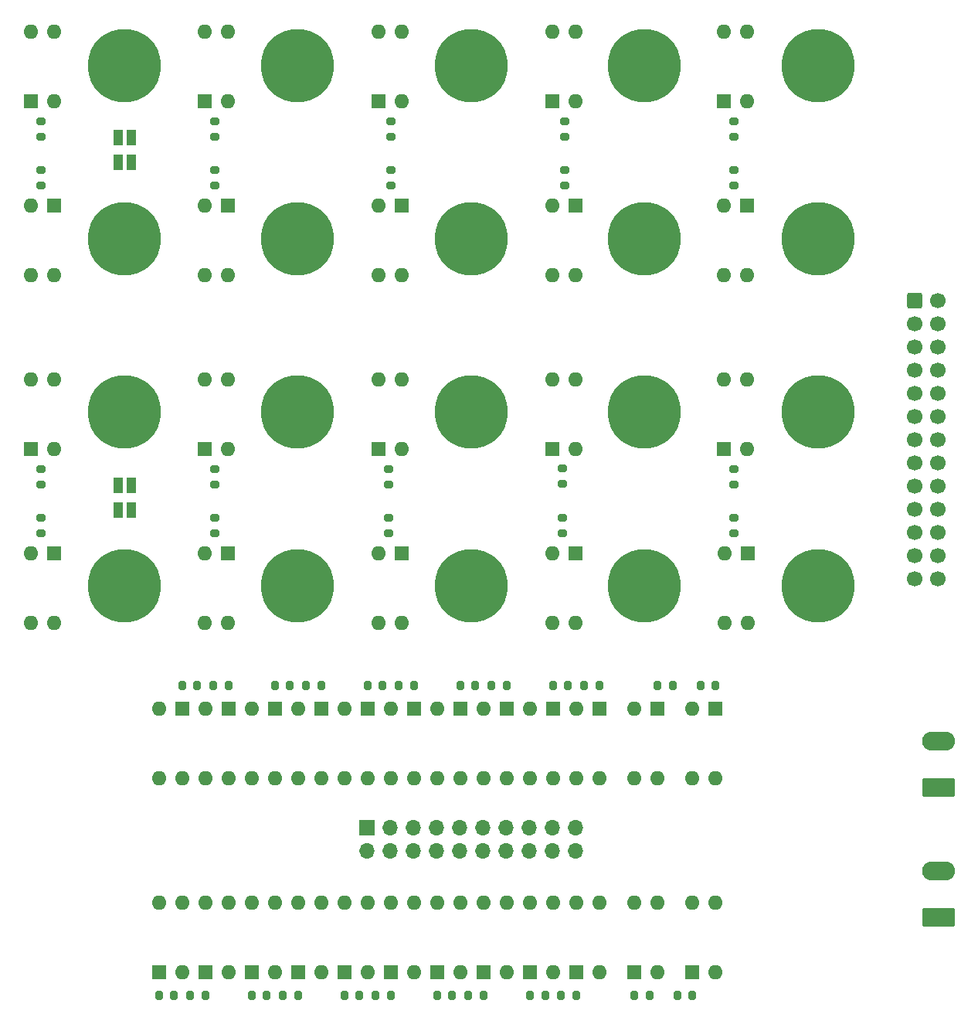
<source format=gbr>
%TF.GenerationSoftware,KiCad,Pcbnew,7.0.2-0*%
%TF.CreationDate,2023-06-06T22:37:24+02:00*%
%TF.ProjectId,scan2000_breakout,7363616e-3230-4303-905f-627265616b6f,rev?*%
%TF.SameCoordinates,Original*%
%TF.FileFunction,Soldermask,Top*%
%TF.FilePolarity,Negative*%
%FSLAX46Y46*%
G04 Gerber Fmt 4.6, Leading zero omitted, Abs format (unit mm)*
G04 Created by KiCad (PCBNEW 7.0.2-0) date 2023-06-06 22:37:24*
%MOMM*%
%LPD*%
G01*
G04 APERTURE LIST*
G04 Aperture macros list*
%AMRoundRect*
0 Rectangle with rounded corners*
0 $1 Rounding radius*
0 $2 $3 $4 $5 $6 $7 $8 $9 X,Y pos of 4 corners*
0 Add a 4 corners polygon primitive as box body*
4,1,4,$2,$3,$4,$5,$6,$7,$8,$9,$2,$3,0*
0 Add four circle primitives for the rounded corners*
1,1,$1+$1,$2,$3*
1,1,$1+$1,$4,$5*
1,1,$1+$1,$6,$7*
1,1,$1+$1,$8,$9*
0 Add four rect primitives between the rounded corners*
20,1,$1+$1,$2,$3,$4,$5,0*
20,1,$1+$1,$4,$5,$6,$7,0*
20,1,$1+$1,$6,$7,$8,$9,0*
20,1,$1+$1,$8,$9,$2,$3,0*%
G04 Aperture macros list end*
%ADD10C,1.524000*%
%ADD11C,8.000000*%
%ADD12R,1.600000X1.600000*%
%ADD13O,1.600000X1.600000*%
%ADD14RoundRect,0.249999X1.550001X-0.790001X1.550001X0.790001X-1.550001X0.790001X-1.550001X-0.790001X0*%
%ADD15O,3.600000X2.080000*%
%ADD16RoundRect,0.200000X0.275000X-0.200000X0.275000X0.200000X-0.275000X0.200000X-0.275000X-0.200000X0*%
%ADD17RoundRect,0.200000X-0.200000X-0.275000X0.200000X-0.275000X0.200000X0.275000X-0.200000X0.275000X0*%
%ADD18RoundRect,0.200000X0.200000X0.275000X-0.200000X0.275000X-0.200000X-0.275000X0.200000X-0.275000X0*%
%ADD19RoundRect,0.200000X-0.275000X0.200000X-0.275000X-0.200000X0.275000X-0.200000X0.275000X0.200000X0*%
%ADD20R,1.100000X1.750000*%
%ADD21RoundRect,0.250000X-0.600000X-0.600000X0.600000X-0.600000X0.600000X0.600000X-0.600000X0.600000X0*%
%ADD22C,1.700000*%
%ADD23R,1.700000X1.700000*%
%ADD24O,1.700000X1.700000*%
G04 APERTURE END LIST*
D10*
%TO.C,J10*%
X129800000Y-57000000D03*
X133000000Y-53800000D03*
D11*
X133000000Y-57000000D03*
D10*
X133000000Y-60200000D03*
X136200000Y-57000000D03*
%TD*%
D12*
%TO.C,U3*%
X46725000Y-41900000D03*
D13*
X49265000Y-41900000D03*
X49265000Y-34280000D03*
X46725000Y-34280000D03*
%TD*%
D10*
%TO.C,J9*%
X129800000Y-38000000D03*
X133000000Y-34800000D03*
D11*
X133000000Y-38000000D03*
D10*
X133000000Y-41200000D03*
X136200000Y-38000000D03*
%TD*%
D14*
%TO.C,J23*%
X146212500Y-131310000D03*
D15*
X146212500Y-126230000D03*
%TD*%
D16*
%TO.C,R29*%
X47882000Y-89223000D03*
X47882000Y-87573000D03*
%TD*%
D12*
%TO.C,U1*%
X112901000Y-137340000D03*
D13*
X115441000Y-137340000D03*
X115441000Y-129720000D03*
X112901000Y-129720000D03*
%TD*%
D12*
%TO.C,U8*%
X87381000Y-53350000D03*
D13*
X84841000Y-53350000D03*
X84841000Y-60970000D03*
X87381000Y-60970000D03*
%TD*%
D10*
%TO.C,J12*%
X53800000Y-95000000D03*
X57000000Y-91800000D03*
D11*
X57000000Y-95000000D03*
D10*
X57000000Y-98200000D03*
X60200000Y-95000000D03*
%TD*%
D17*
%TO.C,R47*%
X103965200Y-105974800D03*
X105615200Y-105974800D03*
%TD*%
D14*
%TO.C,J24*%
X146212500Y-117100000D03*
D15*
X146212500Y-112020000D03*
%TD*%
D10*
%TO.C,J13*%
X72800000Y-76000000D03*
X76000000Y-72800000D03*
D11*
X76000000Y-76000000D03*
D10*
X76000000Y-79200000D03*
X79200000Y-76000000D03*
%TD*%
D18*
%TO.C,R18*%
X76025200Y-139880000D03*
X74375200Y-139880000D03*
%TD*%
D12*
%TO.C,U22*%
X106505200Y-137340000D03*
D13*
X109045200Y-137340000D03*
X109045200Y-129720000D03*
X106505200Y-129720000D03*
%TD*%
D10*
%TO.C,J7*%
X110800000Y-38000000D03*
X114000000Y-34800000D03*
D11*
X114000000Y-38000000D03*
D10*
X114000000Y-41200000D03*
X117200000Y-38000000D03*
%TD*%
D17*
%TO.C,R21*%
X91265200Y-139880000D03*
X92915200Y-139880000D03*
%TD*%
D18*
%TO.C,R42*%
X78565200Y-105974800D03*
X76915200Y-105974800D03*
%TD*%
D17*
%TO.C,R2*%
X112906000Y-139880000D03*
X114556000Y-139880000D03*
%TD*%
D19*
%TO.C,R12*%
X123828000Y-44139000D03*
X123828000Y-45789000D03*
%TD*%
D12*
%TO.C,U35*%
X63325200Y-108514800D03*
D13*
X60785200Y-108514800D03*
X60785200Y-116134800D03*
X63325200Y-116134800D03*
%TD*%
D12*
%TO.C,U29*%
X84831000Y-80000000D03*
D13*
X87371000Y-80000000D03*
X87371000Y-72380000D03*
X84831000Y-72380000D03*
%TD*%
D12*
%TO.C,U9*%
X103881000Y-41900000D03*
D13*
X106421000Y-41900000D03*
X106421000Y-34280000D03*
X103881000Y-34280000D03*
%TD*%
D12*
%TO.C,U42*%
X98885200Y-108514800D03*
D13*
X96345200Y-108514800D03*
X96345200Y-116134800D03*
X98885200Y-116134800D03*
%TD*%
D19*
%TO.C,R36*%
X123828000Y-82239000D03*
X123828000Y-83889000D03*
%TD*%
D12*
%TO.C,U31*%
X103881000Y-80000000D03*
D13*
X106421000Y-80000000D03*
X106421000Y-72380000D03*
X103881000Y-72380000D03*
%TD*%
D19*
%TO.C,R34*%
X105032000Y-82176000D03*
X105032000Y-83826000D03*
%TD*%
D12*
%TO.C,U17*%
X81105200Y-137340000D03*
D13*
X83645200Y-137340000D03*
X83645200Y-129720000D03*
X81105200Y-129720000D03*
%TD*%
D12*
%TO.C,U44*%
X109045200Y-108514800D03*
D13*
X106505200Y-108514800D03*
X106505200Y-116134800D03*
X109045200Y-116134800D03*
%TD*%
D19*
%TO.C,R30*%
X66932000Y-82239000D03*
X66932000Y-83889000D03*
%TD*%
D12*
%TO.C,U38*%
X78565200Y-108514800D03*
D13*
X76025200Y-108514800D03*
X76025200Y-116134800D03*
X78565200Y-116134800D03*
%TD*%
D19*
%TO.C,R28*%
X47882000Y-82239000D03*
X47882000Y-83889000D03*
%TD*%
%TO.C,R8*%
X86236000Y-44139000D03*
X86236000Y-45789000D03*
%TD*%
D10*
%TO.C,J1*%
X53800000Y-38000000D03*
X57000000Y-34800000D03*
D11*
X57000000Y-38000000D03*
D10*
X57000000Y-41200000D03*
X60200000Y-38000000D03*
%TD*%
%TO.C,J6*%
X91800000Y-57000000D03*
X95000000Y-53800000D03*
D11*
X95000000Y-57000000D03*
D10*
X95000000Y-60200000D03*
X98200000Y-57000000D03*
%TD*%
D12*
%TO.C,U41*%
X93805200Y-108514800D03*
D13*
X91265200Y-108514800D03*
X91265200Y-116134800D03*
X93805200Y-116134800D03*
%TD*%
D12*
%TO.C,U43*%
X103965200Y-108514800D03*
D13*
X101425200Y-108514800D03*
X101425200Y-116134800D03*
X103965200Y-116134800D03*
%TD*%
D12*
%TO.C,U40*%
X88725200Y-108514800D03*
D13*
X86185200Y-108514800D03*
X86185200Y-116134800D03*
X88725200Y-116134800D03*
%TD*%
D18*
%TO.C,R40*%
X68405200Y-105974800D03*
X66755200Y-105974800D03*
%TD*%
D10*
%TO.C,J11*%
X53800000Y-76000000D03*
X57000000Y-72800000D03*
D11*
X57000000Y-76000000D03*
D10*
X57000000Y-79200000D03*
X60200000Y-76000000D03*
%TD*%
D12*
%TO.C,U6*%
X68331000Y-53350000D03*
D13*
X65791000Y-53350000D03*
X65791000Y-60970000D03*
X68331000Y-60970000D03*
%TD*%
D10*
%TO.C,J18*%
X110800000Y-95000000D03*
X114000000Y-91800000D03*
D11*
X114000000Y-95000000D03*
D10*
X114000000Y-98200000D03*
X117200000Y-95000000D03*
%TD*%
D12*
%TO.C,U11*%
X122677000Y-41900000D03*
D13*
X125217000Y-41900000D03*
X125217000Y-34280000D03*
X122677000Y-34280000D03*
%TD*%
D18*
%TO.C,R3*%
X119256000Y-139880000D03*
X117606000Y-139880000D03*
%TD*%
D12*
%TO.C,U7*%
X84831000Y-41900000D03*
D13*
X87371000Y-41900000D03*
X87371000Y-34280000D03*
X84831000Y-34280000D03*
%TD*%
D16*
%TO.C,R35*%
X105032000Y-89223000D03*
X105032000Y-87573000D03*
%TD*%
D12*
%TO.C,U27*%
X65781000Y-80000000D03*
D13*
X68321000Y-80000000D03*
X68321000Y-72380000D03*
X65781000Y-72380000D03*
%TD*%
D12*
%TO.C,U18*%
X86185200Y-137340000D03*
D13*
X88725200Y-137340000D03*
X88725200Y-129720000D03*
X86185200Y-129720000D03*
%TD*%
D18*
%TO.C,R44*%
X88725200Y-105974800D03*
X87075200Y-105974800D03*
%TD*%
D10*
%TO.C,J15*%
X91800000Y-76000000D03*
X95000000Y-72800000D03*
D11*
X95000000Y-76000000D03*
D10*
X95000000Y-79200000D03*
X98200000Y-76000000D03*
%TD*%
D20*
%TO.C,R1*%
X57726000Y-45875000D03*
X56326000Y-45875000D03*
X56326000Y-48625000D03*
X57726000Y-48625000D03*
%TD*%
D12*
%TO.C,U25*%
X46725000Y-80000000D03*
D13*
X49265000Y-80000000D03*
X49265000Y-72380000D03*
X46725000Y-72380000D03*
%TD*%
D18*
%TO.C,R24*%
X106505200Y-139880000D03*
X104855200Y-139880000D03*
%TD*%
D12*
%TO.C,U26*%
X49275000Y-91450000D03*
D13*
X46735000Y-91450000D03*
X46735000Y-99070000D03*
X49275000Y-99070000D03*
%TD*%
D12*
%TO.C,U12*%
X125227000Y-53350000D03*
D13*
X122687000Y-53350000D03*
X122687000Y-60970000D03*
X125227000Y-60970000D03*
%TD*%
D10*
%TO.C,J2*%
X53800000Y-57000000D03*
X57000000Y-53800000D03*
D11*
X57000000Y-57000000D03*
D10*
X57000000Y-60200000D03*
X60200000Y-57000000D03*
%TD*%
D21*
%TO.C,J21*%
X143622415Y-63760000D03*
D22*
X146162415Y-63760000D03*
X143622415Y-66300000D03*
X146162415Y-66300000D03*
X143622415Y-68840000D03*
X146162415Y-68840000D03*
X143622415Y-71380000D03*
X146162415Y-71380000D03*
X143622415Y-73920000D03*
X146162415Y-73920000D03*
X143622415Y-76460000D03*
X146162415Y-76460000D03*
X143622415Y-79000000D03*
X146162415Y-79000000D03*
X143622415Y-81540000D03*
X146162415Y-81540000D03*
X143622415Y-84080000D03*
X146162415Y-84080000D03*
X143622415Y-86620000D03*
X146162415Y-86620000D03*
X143622415Y-89160000D03*
X146162415Y-89160000D03*
X143622415Y-91700000D03*
X146162415Y-91700000D03*
X143622415Y-94240000D03*
X146162415Y-94240000D03*
%TD*%
D16*
%TO.C,R5*%
X47882000Y-51123000D03*
X47882000Y-49473000D03*
%TD*%
%TO.C,R11*%
X105286000Y-51123000D03*
X105286000Y-49473000D03*
%TD*%
D12*
%TO.C,U5*%
X65781000Y-41900000D03*
D13*
X68321000Y-41900000D03*
X68321000Y-34280000D03*
X65781000Y-34280000D03*
%TD*%
D17*
%TO.C,R26*%
X115446000Y-105974800D03*
X117096000Y-105974800D03*
%TD*%
D16*
%TO.C,R13*%
X123828000Y-51123000D03*
X123828000Y-49473000D03*
%TD*%
D12*
%TO.C,U33*%
X122677000Y-80000000D03*
D13*
X125217000Y-80000000D03*
X125217000Y-72380000D03*
X122677000Y-72380000D03*
%TD*%
D18*
%TO.C,R27*%
X121796000Y-105974800D03*
X120146000Y-105974800D03*
%TD*%
D12*
%TO.C,U28*%
X68331000Y-91450000D03*
D13*
X65791000Y-91450000D03*
X65791000Y-99070000D03*
X68331000Y-99070000D03*
%TD*%
D12*
%TO.C,U21*%
X101425200Y-137340000D03*
D13*
X103965200Y-137340000D03*
X103965200Y-129720000D03*
X101425200Y-129720000D03*
%TD*%
D18*
%TO.C,R20*%
X86185200Y-139880000D03*
X84535200Y-139880000D03*
%TD*%
D12*
%TO.C,U10*%
X106431000Y-53350000D03*
D13*
X103891000Y-53350000D03*
X103891000Y-60970000D03*
X106431000Y-60970000D03*
%TD*%
D12*
%TO.C,U13*%
X60785200Y-137340000D03*
D13*
X63325200Y-137340000D03*
X63325200Y-129720000D03*
X60785200Y-129720000D03*
%TD*%
D20*
%TO.C,R14*%
X57726000Y-83975000D03*
X56326000Y-83975000D03*
X56326000Y-86725000D03*
X57726000Y-86725000D03*
%TD*%
D16*
%TO.C,R9*%
X86236000Y-51123000D03*
X86236000Y-49473000D03*
%TD*%
D18*
%TO.C,R22*%
X96345200Y-139880000D03*
X94695200Y-139880000D03*
%TD*%
D17*
%TO.C,R45*%
X93805200Y-105974800D03*
X95455200Y-105974800D03*
%TD*%
%TO.C,R43*%
X83645200Y-105974800D03*
X85295200Y-105974800D03*
%TD*%
D12*
%TO.C,U39*%
X83645200Y-108514800D03*
D13*
X81105200Y-108514800D03*
X81105200Y-116134800D03*
X83645200Y-116134800D03*
%TD*%
D12*
%TO.C,U16*%
X76025200Y-137340000D03*
D13*
X78565200Y-137340000D03*
X78565200Y-129720000D03*
X76025200Y-129720000D03*
%TD*%
D17*
%TO.C,R19*%
X81105200Y-139880000D03*
X82755200Y-139880000D03*
%TD*%
D12*
%TO.C,U34*%
X125354000Y-91450000D03*
D13*
X122814000Y-91450000D03*
X122814000Y-99070000D03*
X125354000Y-99070000D03*
%TD*%
D12*
%TO.C,U4*%
X49275000Y-53350000D03*
D13*
X46735000Y-53350000D03*
X46735000Y-60970000D03*
X49275000Y-60970000D03*
%TD*%
D17*
%TO.C,R39*%
X63325200Y-105974800D03*
X64975200Y-105974800D03*
%TD*%
D10*
%TO.C,J3*%
X72800000Y-38000000D03*
X76000000Y-34800000D03*
D11*
X76000000Y-38000000D03*
D10*
X76000000Y-41200000D03*
X79200000Y-38000000D03*
%TD*%
D19*
%TO.C,R32*%
X85982000Y-82239000D03*
X85982000Y-83889000D03*
%TD*%
D12*
%TO.C,U36*%
X68405200Y-108514800D03*
D13*
X65865200Y-108514800D03*
X65865200Y-116134800D03*
X68405200Y-116134800D03*
%TD*%
D16*
%TO.C,R7*%
X66932000Y-51123000D03*
X66932000Y-49473000D03*
%TD*%
%TO.C,R37*%
X123828000Y-89223000D03*
X123828000Y-87573000D03*
%TD*%
D12*
%TO.C,U24*%
X121796000Y-108514800D03*
D13*
X119256000Y-108514800D03*
X119256000Y-116134800D03*
X121796000Y-116134800D03*
%TD*%
D19*
%TO.C,R6*%
X66932000Y-44139000D03*
X66932000Y-45789000D03*
%TD*%
D10*
%TO.C,J5*%
X91800000Y-38000000D03*
X95000000Y-34800000D03*
D11*
X95000000Y-38000000D03*
D10*
X95000000Y-41200000D03*
X98200000Y-38000000D03*
%TD*%
D12*
%TO.C,U32*%
X106431000Y-91450000D03*
D13*
X103891000Y-91450000D03*
X103891000Y-99070000D03*
X106431000Y-99070000D03*
%TD*%
D10*
%TO.C,J17*%
X110800000Y-76000000D03*
X114000000Y-72800000D03*
D11*
X114000000Y-76000000D03*
D10*
X114000000Y-79200000D03*
X117200000Y-76000000D03*
%TD*%
%TO.C,J20*%
X129800000Y-95000000D03*
X133000000Y-91800000D03*
D11*
X133000000Y-95000000D03*
D10*
X133000000Y-98200000D03*
X136200000Y-95000000D03*
%TD*%
D12*
%TO.C,U19*%
X91265200Y-137340000D03*
D13*
X93805200Y-137340000D03*
X93805200Y-129720000D03*
X91265200Y-129720000D03*
%TD*%
D17*
%TO.C,R17*%
X70945200Y-139880000D03*
X72595200Y-139880000D03*
%TD*%
D10*
%TO.C,J19*%
X129800000Y-76000000D03*
X133000000Y-72800000D03*
D11*
X133000000Y-76000000D03*
D10*
X133000000Y-79200000D03*
X136200000Y-76000000D03*
%TD*%
D16*
%TO.C,R33*%
X85982000Y-89223000D03*
X85982000Y-87573000D03*
%TD*%
D10*
%TO.C,J8*%
X110800000Y-57000000D03*
X114000000Y-53800000D03*
D11*
X114000000Y-57000000D03*
D10*
X114000000Y-60200000D03*
X117200000Y-57000000D03*
%TD*%
D17*
%TO.C,R15*%
X60785200Y-139880000D03*
X62435200Y-139880000D03*
%TD*%
D18*
%TO.C,R48*%
X109045200Y-105974800D03*
X107395200Y-105974800D03*
%TD*%
D16*
%TO.C,R31*%
X66932000Y-89223000D03*
X66932000Y-87573000D03*
%TD*%
D19*
%TO.C,R10*%
X105286000Y-44139000D03*
X105286000Y-45789000D03*
%TD*%
D10*
%TO.C,J14*%
X72800000Y-95000000D03*
X76000000Y-91800000D03*
D11*
X76000000Y-95000000D03*
D10*
X76000000Y-98200000D03*
X79200000Y-95000000D03*
%TD*%
D18*
%TO.C,R46*%
X98885200Y-105974800D03*
X97235200Y-105974800D03*
%TD*%
D12*
%TO.C,U14*%
X65865200Y-137340000D03*
D13*
X68405200Y-137340000D03*
X68405200Y-129720000D03*
X65865200Y-129720000D03*
%TD*%
D12*
%TO.C,U2*%
X119251000Y-137340000D03*
D13*
X121791000Y-137340000D03*
X121791000Y-129720000D03*
X119251000Y-129720000D03*
%TD*%
D12*
%TO.C,U15*%
X70945200Y-137340000D03*
D13*
X73485200Y-137340000D03*
X73485200Y-129720000D03*
X70945200Y-129720000D03*
%TD*%
D10*
%TO.C,J4*%
X72800000Y-57000000D03*
X76000000Y-53800000D03*
D11*
X76000000Y-57000000D03*
D10*
X76000000Y-60200000D03*
X79200000Y-57000000D03*
%TD*%
D23*
%TO.C,J22*%
X83573600Y-121550400D03*
D24*
X83573600Y-124090400D03*
X86113600Y-121550400D03*
X86113600Y-124090400D03*
X88653600Y-121550400D03*
X88653600Y-124090400D03*
X91193600Y-121550400D03*
X91193600Y-124090400D03*
X93733600Y-121550400D03*
X93733600Y-124090400D03*
X96273600Y-121550400D03*
X96273600Y-124090400D03*
X98813600Y-121550400D03*
X98813600Y-124090400D03*
X101353600Y-121550400D03*
X101353600Y-124090400D03*
X103893600Y-121550400D03*
X103893600Y-124090400D03*
X106433600Y-121550400D03*
X106433600Y-124090400D03*
%TD*%
D12*
%TO.C,U37*%
X73485200Y-108514800D03*
D13*
X70945200Y-108514800D03*
X70945200Y-116134800D03*
X73485200Y-116134800D03*
%TD*%
D18*
%TO.C,R16*%
X65865200Y-139880000D03*
X64215200Y-139880000D03*
%TD*%
D12*
%TO.C,U20*%
X96345200Y-137340000D03*
D13*
X98885200Y-137340000D03*
X98885200Y-129720000D03*
X96345200Y-129720000D03*
%TD*%
D12*
%TO.C,U23*%
X115446000Y-108514800D03*
D13*
X112906000Y-108514800D03*
X112906000Y-116134800D03*
X115446000Y-116134800D03*
%TD*%
D17*
%TO.C,R23*%
X101455200Y-139880000D03*
X103105200Y-139880000D03*
%TD*%
D10*
%TO.C,J16*%
X91800000Y-95000000D03*
X95000000Y-91800000D03*
D11*
X95000000Y-95000000D03*
D10*
X95000000Y-98200000D03*
X98200000Y-95000000D03*
%TD*%
D19*
%TO.C,R4*%
X47882000Y-44139000D03*
X47882000Y-45789000D03*
%TD*%
D12*
%TO.C,U30*%
X87381000Y-91450000D03*
D13*
X84841000Y-91450000D03*
X84841000Y-99070000D03*
X87381000Y-99070000D03*
%TD*%
D17*
%TO.C,R41*%
X73485200Y-105974800D03*
X75135200Y-105974800D03*
%TD*%
M02*

</source>
